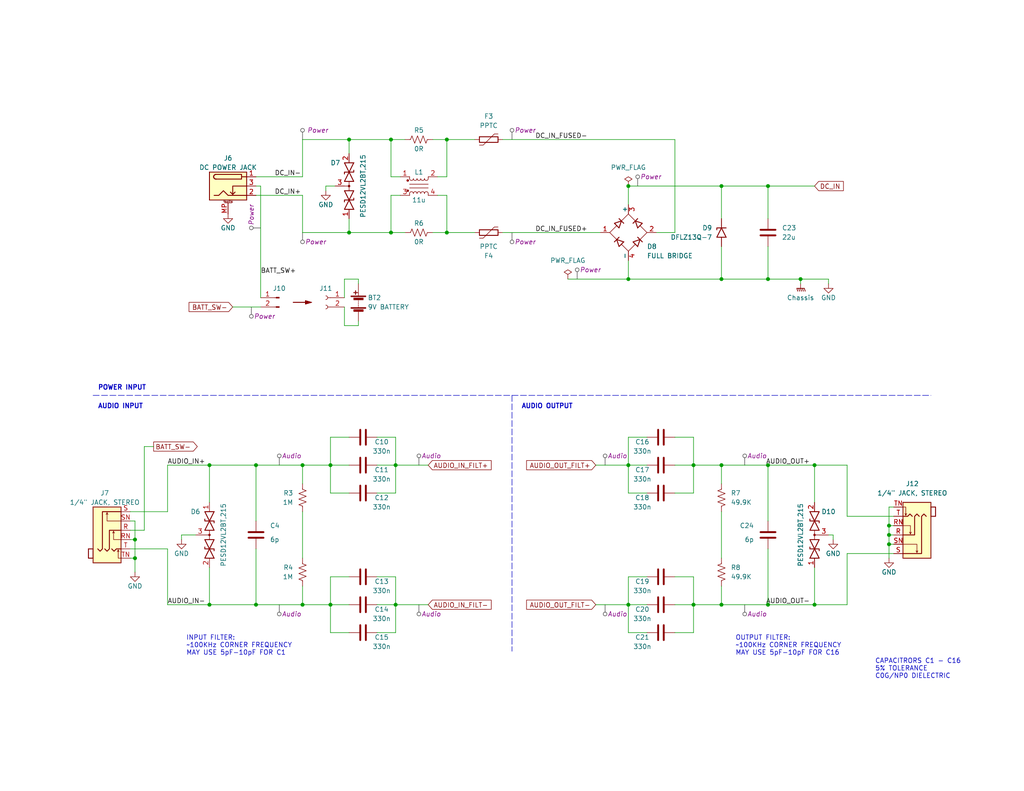
<source format=kicad_sch>
(kicad_sch (version 20230121) (generator eeschema)
  (paper "USLetter")
  (title_block (title "Baseboard") (date "2023-04-28") (rev "A") (company "Alessandro Rizzoni") (comment 1 "SCHEMATIC") (comment 2 "DRAFT") (comment 3 "AIR") (comment 5 "1: ALL COMPONENTS 25V RATING OR GREATER") (comment 6 "2: ALL RESISTORS LOW NOISE THIN FILM, 1% TOLERANCE OR SMALLER, 1/10W RATING OR GREATER") (comment 7 "3: ALL CAPACITORS MLCC, X5R OR X7R DIELECTRIC, 10% TOLERANCE OR SMALLER") (comment 8 "4: DO NOT POPULATE NOTE --TODO--") (comment 9 "5: PCB LAYOUT ACCORDING TO DATASHEET FOR ALL COMPONENTS"))
  (lib_symbols
    (symbol "Connector:Conn_01x02_Female" (pin_names (offset 1.016) hide)
      (property "Reference" "J" (at 0 2.54 0))
      (property "Value" "Conn_01x02_Female" (at 0 -5.08 0))
      (symbol "Conn_01x02_Female_1_1"
        (arc (start 0 -2.032) (mid -0.5058 -2.54) (end 0 -3.048) (stroke (width 0.1524)))
        (polyline (pts (xy -1.27 -2.54) (xy -0.508 -2.54)) (stroke (width 0.1524)))
        (polyline (pts (xy -1.27 0) (xy -0.508 0)) (stroke (width 0.1524)))
        (arc (start 0 0.508) (mid -0.5058 0) (end 0 -0.508) (stroke (width 0.1524)))
        (pin passive line (at -5.08 0 0) (length 3.81) (name "Pin_1") (number "1"))
        (pin passive line (at -5.08 -2.54 0) (length 3.81) (name "Pin_2") (number "2"))
      )
    )
    (symbol "Connector:Conn_01x02_Male" (pin_names (offset 1.016) hide)
      (property "Reference" "J" (at 0 2.54 0))
      (property "Value" "Conn_01x02_Male" (at 0 -5.08 0))
      (symbol "Conn_01x02_Male_1_1"
        (polyline (pts (xy 1.27 -2.54) (xy 0.8636 -2.54)) (stroke (width 0.1524)))
        (polyline (pts (xy 1.27 0) (xy 0.8636 0)) (stroke (width 0.1524)))
        (rectangle (start 0.8636 -2.413) (end 0 -2.667) (stroke (width 0.1524)) (fill (type outline)))
        (rectangle (start 0.8636 0.127) (end 0 -0.127) (stroke (width 0.1524)) (fill (type outline)))
        (pin passive line (at 5.08 0 180) (length 3.81) (name "Pin_1") (number "1"))
        (pin passive line (at 5.08 -2.54 180) (length 3.81) (name "Pin_2") (number "2"))
      )
    )
    (symbol "Device:Battery" (pin_numbers hide) (pin_names (offset 0) hide)
      (property "Reference" "BT" (at 2.54 2.54 0))
      (property "Value" "Battery" (at 2.54 0 0))
      (symbol "Battery_0_1"
        (rectangle (start -2.032 -1.397) (end 2.032 -1.651) (fill (type outline)))
        (rectangle (start -2.032 1.778) (end 2.032 1.524) (fill (type outline)))
        (rectangle (start -1.3208 -1.9812) (end 1.27 -2.4892) (fill (type outline)))
        (rectangle (start -1.3208 1.1938) (end 1.27 0.6858) (fill (type outline)))
        (polyline (pts (xy 0 -1.524) (xy 0 -1.27)))
        (polyline (pts (xy 0 -1.016) (xy 0 -0.762)))
        (polyline (pts (xy 0 -0.508) (xy 0 -0.254)))
        (polyline (pts (xy 0 0) (xy 0 0.254)))
        (polyline (pts (xy 0 0.508) (xy 0 0.762)))
        (polyline (pts (xy 0 1.778) (xy 0 2.54)))
        (polyline (pts (xy 0.254 2.667) (xy 1.27 2.667)) (stroke (width 0.254)))
        (polyline (pts (xy 0.762 3.175) (xy 0.762 2.159)) (stroke (width 0.254)))
      )
      (symbol "Battery_1_1"
        (pin passive line (at 0 5.08 270) (length 2.54) (name "+") (number "1"))
        (pin passive line (at 0 -5.08 90) (length 2.54) (name "-") (number "2"))
      )
    )
    (symbol "Device:C" (pin_numbers hide) (pin_names (offset 0.254))
      (property "Reference" "C" (at 0.635 2.54 0))
      (property "Value" "C" (at 0.635 -2.54 0))
      (symbol "C_0_1"
        (polyline (pts (xy -2.032 -0.762) (xy 2.032 -0.762)) (stroke (width 0.508)))
        (polyline (pts (xy -2.032 0.762) (xy 2.032 0.762)) (stroke (width 0.508)))
      )
      (symbol "C_1_1"
        (pin passive line (at 0 3.81 270) (length 2.794) (name "~") (number "1"))
        (pin passive line (at 0 -3.81 90) (length 2.794) (name "~") (number "2"))
      )
    )
    (symbol "Device:L_Iron_Coupled" (pin_names (offset 0.254) hide)
      (property "Reference" "L" (at 0 4.445 0))
      (property "Value" "L_Iron_Coupled" (at 0 -4.445 0))
      (symbol "L_Iron_Coupled_0_1"
        (circle (center -3.048 -1.27) (radius 0.254) (fill (type outline)))
        (circle (center -3.048 1.524) (radius 0.254) (fill (type outline)))
        (arc (start -2.54 2.032) (mid -2.032 1.5262) (end -1.524 2.032))
        (arc (start -1.524 -2.032) (mid -2.032 -1.5262) (end -2.54 -2.032))
        (arc (start -1.524 2.032) (mid -1.016 1.5262) (end -0.508 2.032))
        (arc (start -0.508 -2.032) (mid -1.016 -1.5262) (end -1.524 -2.032))
        (arc (start -0.508 2.032) (mid 0 1.5262) (end 0.508 2.032))
        (polyline (pts (xy -2.54 -2.032) (xy -2.54 -2.54)))
        (polyline (pts (xy -2.54 0.508) (xy 2.54 0.508)))
        (polyline (pts (xy -2.54 2.032) (xy -2.54 2.54)))
        (polyline (pts (xy 2.54 -2.032) (xy 2.54 -2.54)))
        (polyline (pts (xy 2.54 -0.508) (xy -2.54 -0.508)))
        (polyline (pts (xy 2.54 2.54) (xy 2.54 2.032)))
        (arc (start 0.508 -2.032) (mid 0 -1.5262) (end -0.508 -2.032))
        (arc (start 0.508 2.032) (mid 1.016 1.5262) (end 1.524 2.032))
        (arc (start 1.524 -2.032) (mid 1.016 -1.5262) (end 0.508 -2.032))
        (arc (start 1.524 2.032) (mid 2.032 1.5262) (end 2.54 2.032))
        (arc (start 2.54 -2.032) (mid 2.032 -1.5262) (end 1.524 -2.032))
      )
      (symbol "L_Iron_Coupled_1_1"
        (pin passive line (at -5.08 2.54 0) (length 2.54) (name "1") (number "1"))
        (pin passive line (at 5.08 2.54 180) (length 2.54) (name "2") (number "2"))
        (pin passive line (at -5.08 -2.54 0) (length 2.54) (name "3") (number "3"))
        (pin passive line (at 5.08 -2.54 180) (length 2.54) (name "4") (number "4"))
      )
    )
    (symbol "Device:R_US" (pin_numbers hide) (pin_names (offset 0))
      (property "Reference" "R" (at 2.54 0 90))
      (property "Value" "R_US" (at -2.54 0 90))
      (symbol "R_US_0_1"
        (polyline (pts (xy 0 -2.286) (xy 0 -2.54)))
        (polyline (pts (xy 0 2.286) (xy 0 2.54)))
        (polyline (pts (xy 0 -0.762) (xy 1.016 -1.143) (xy 0 -1.524) (xy -1.016 -1.905) (xy 0 -2.286)))
        (polyline (pts (xy 0 0.762) (xy 1.016 0.381) (xy 0 0) (xy -1.016 -0.381) (xy 0 -0.762)))
        (polyline (pts (xy 0 2.286) (xy 1.016 1.905) (xy 0 1.524) (xy -1.016 1.143) (xy 0 0.762)))
      )
      (symbol "R_US_1_1"
        (pin passive line (at 0 3.81 270) (length 1.27) (name "~") (number "1"))
        (pin passive line (at 0 -3.81 90) (length 1.27) (name "~") (number "2"))
      )
    )
    (symbol "Graphic:SYM_Arrow_Normal" (pin_names (offset 1.016))
      (symbol "SYM_Arrow_Normal_0_1"
        (polyline (pts (xy 1.524 0) (xy -2.54 0)) (stroke (width 0.254)))
        (polyline (pts (xy 2.54 0) (xy 0.762 -0.508) (xy 0.762 0.508) (xy 2.54 0)) (fill (type outline)))
      )
    )
    (symbol "Library:1206L005/60WR" (pin_numbers hide) (pin_names (offset 0))
      (property "Reference" "F1" (at 0 6.35 90))
      (property "Value" "PPTC" (at 0 3.81 90))
      (symbol "1206L005/60WR_0_1"
        (rectangle (start -0.762 2.54) (end 0.762 -2.54) (stroke (width 0.254)))
        (polyline (pts (xy -1.524 2.54) (xy -1.524 1.524) (xy 1.524 -1.524) (xy 1.524 -2.54)))
      )
      (symbol "1206L005/60WR_1_1"
        (pin passive line (at 0 3.81 270) (length 1.27) (name "~") (number "1"))
        (pin passive line (at 0 -3.81 90) (length 1.27) (name "~") (number "2"))
      )
    )
    (symbol "Library:ACJS-IHS"
      (property "Reference" "J2" (at -1.905 11.43 0))
      (property "Value" "1/4\" JACK, STEREO" (at -1.905 8.89 0))
      (symbol "ACJS-IHS_0_1"
        (rectangle (start -6.35 -5.08) (end -5.08 -7.62) (stroke (width 0.254)))
        (polyline (pts (xy -1.27 4.826) (xy -1.016 4.318)))
        (polyline (pts (xy 0.508 -0.254) (xy 0.762 -0.762)))
        (polyline (pts (xy 1.778 -5.334) (xy 2.032 -5.842)))
        (polyline (pts (xy 0 -5.08) (xy 0.635 -5.715) (xy 1.27 -5.08) (xy 2.54 -5.08)) (stroke (width 0.254)))
        (polyline (pts (xy 2.54 -7.62) (xy 1.778 -7.62) (xy 1.778 -5.334) (xy 1.524 -5.842)))
        (polyline (pts (xy 2.54 -2.54) (xy 0.508 -2.54) (xy 0.508 -0.254) (xy 0.254 -0.762)))
        (polyline (pts (xy 2.54 2.54) (xy -1.27 2.54) (xy -1.27 4.826) (xy -1.524 4.318)))
        (polyline (pts (xy -1.905 -5.08) (xy -1.27 -5.715) (xy -0.635 -5.08) (xy -0.635 0) (xy 2.54 0)) (stroke (width 0.254)))
        (polyline (pts (xy 2.54 5.08) (xy -2.54 5.08) (xy -2.54 -5.08) (xy -3.175 -5.715) (xy -3.81 -5.08)) (stroke (width 0.254)))
        (rectangle (start 2.54 6.35) (end -5.08 -8.89) (stroke (width 0.254)) (fill (type background)))
      )
      (symbol "ACJS-IHS_1_1"
        (pin passive line (at 5.08 0 180) (length 2.54) (name "~") (number "R"))
        (pin passive line (at 5.08 -2.54 180) (length 2.54) (name "~") (number "RN"))
        (pin passive line (at 5.08 5.08 180) (length 2.54) (name "~") (number "S"))
        (pin passive line (at 5.08 2.54 180) (length 2.54) (name "~") (number "SN"))
        (pin passive line (at 5.08 -5.08 180) (length 2.54) (name "~") (number "T"))
        (pin passive line (at 5.08 -7.62 180) (length 2.54) (name "~") (number "TN"))
      )
    )
    (symbol "Library:Chassis" (pin_names (offset 0))
      (property "Value" "Chassis" (at 0 -3.302 0))
      (symbol "Chassis_0_1"
        (polyline (pts (xy 0 -1.27) (xy 0 0)))
        (polyline (pts (xy -1.016 -1.27) (xy -1.27 -2.032) (xy -1.27 -2.032)) (stroke (width 0.2032)))
        (polyline (pts (xy -0.508 -1.27) (xy -0.762 -2.032) (xy -0.762 -2.032)) (stroke (width 0.2032)))
        (polyline (pts (xy 0 -1.27) (xy -0.254 -2.032) (xy -0.254 -2.032)) (stroke (width 0.2032)))
        (polyline (pts (xy 0.508 -1.27) (xy 0.254 -2.032) (xy 0.254 -2.032)) (stroke (width 0.2032)))
        (polyline (pts (xy 1.016 -1.27) (xy -1.016 -1.27) (xy -1.016 -1.27)) (stroke (width 0.2032)))
        (polyline (pts (xy 1.016 -1.27) (xy 0.762 -2.032) (xy 0.762 -2.032) (xy 0.762 -2.032)) (stroke (width 0.2032)))
      )
      (symbol "Chassis_1_1"
        (pin power_in line (at 0 0 270) (length 0) hide (name "PWR") (number "1"))
      )
    )
    (symbol "Library:DC_POWER_JACK" (pin_names hide)
      (property "Reference" "J1" (at 0 8.89 0))
      (property "Value" "DC POWER JACK" (at 0 6.35 0))
      (symbol "DC_POWER_JACK_0_1"
        (rectangle (start -5.08 3.81) (end 5.08 -3.81) (stroke (width 0.254)) (fill (type background)))
        (arc (start -3.302 3.175) (mid -3.9343 2.54) (end -3.302 1.905) (stroke (width 0.254)))
        (arc (start -3.302 3.175) (mid -3.9343 2.54) (end -3.302 1.905) (stroke (width 0.254)))
        (polyline (pts (xy 1.27 -2.286) (xy 1.905 -1.651)) (stroke (width 0.254)))
        (polyline (pts (xy 5.08 2.54) (xy 3.81 2.54)) (stroke (width 0.254)))
        (polyline (pts (xy -3.302 3.175) (xy 3.683 3.175) (xy 3.683 1.905) (xy -3.302 1.905)) (stroke (width 0.254)))
        (polyline (pts (xy 5.08 0) (xy 1.27 0) (xy 1.27 -2.286) (xy 0.635 -1.651)) (stroke (width 0.254)))
        (polyline (pts (xy -3.81 -2.54) (xy -2.54 -2.54) (xy -1.27 -1.27) (xy 0 -2.54) (xy 2.54 -2.54) (xy 5.08 -2.54)) (stroke (width 0.254)))
      )
      (symbol "DC_POWER_JACK_1_1"
        (polyline (pts (xy -1.016 -4.572) (xy 1.016 -4.572)) (stroke (width 0.1524)))
        (text "Mounting" (at 0 -4.191 0) (effects (font (size 0.381 0.381))))
        (pin passive line (at 7.62 2.54 180) (length 2.54) (name "~") (number "1"))
        (pin passive line (at 7.62 -2.54 180) (length 2.54) (name "~") (number "2"))
        (pin passive line (at 7.62 0 180) (length 2.54) (name "~") (number "3"))
        (pin passive line (at 0 -7.62 90) (length 3.048) (name "MountPin") (number "MP"))
      )
    )
    (symbol "Library:DFLZ13Q-7" (pin_numbers hide) (pin_names (offset 1.016) hide)
      (property "Reference" "D3" (at -2.54 1.27 90))
      (property "Value" "DFLZ13Q-7" (at -2.54 -1.27 90))
      (property "Footprint" "Diode_SMD:D_PowerDI-123" (at -2.54 -5.08 90))
      (property "Part Number" "DFLZ13Q-7" (at -5.08 -3.81 90))
      (symbol "DFLZ13Q-7_0_1"
        (polyline (pts (xy -1.27 -1.27) (xy -1.27 1.27) (xy -0.762 1.27)) (stroke (width 0.254)))
        (polyline (pts (xy 1.27 -1.27) (xy 1.27 1.27) (xy -1.27 0) (xy 1.27 -1.27)) (stroke (width 0.254)))
      )
      (symbol "DFLZ13Q-7_1_1"
        (pin passive line (at -3.81 0 0) (length 2.54) (name "K") (number "1"))
        (pin passive line (at 3.81 0 180) (length 2.54) (name "A") (number "2"))
      )
    )
    (symbol "Library:Ground" (power) (pin_names (offset 0))
      (property "Value" "Ground" (at 0 -3.81 0))
      (symbol "Ground_0_1"
        (polyline (pts (xy 0 0) (xy 0 -1.27) (xy 1.27 -1.27) (xy 0 -2.54) (xy -1.27 -1.27) (xy 0 -1.27)))
      )
      (symbol "Ground_1_1"
        (pin power_in line (at 0 0 270) (length 0) hide (name "GND") (number "1"))
      )
    )
    (symbol "Library:PESD12VL2BT,215" (pin_names (offset 1.016) hide)
      (property "Reference" "D1" (at 0 6.35 0))
      (property "Value" "PESD12VL2BT,215" (at 0 3.81 0))
      (symbol "PESD12VL2BT,215_0_0"
        (polyline (pts (xy 0 -1.27) (xy 0 0)))
      )
      (symbol "PESD12VL2BT,215_0_1"
        (polyline (pts (xy 1.27 0) (xy -1.27 0)))
        (polyline (pts (xy -3.302 1.27) (xy -3.81 1.27) (xy -3.81 -1.27) (xy -4.318 -1.27)) (stroke (width 0.254)))
        (polyline (pts (xy 4.318 1.27) (xy 3.81 1.27) (xy 3.81 -1.27) (xy 3.302 -1.27)) (stroke (width 0.254)))
        (polyline (pts (xy -6.35 1.27) (xy -1.27 -1.27) (xy -1.27 1.27) (xy -6.35 -1.27) (xy -6.35 1.27)) (stroke (width 0.254)))
        (polyline (pts (xy 6.35 1.27) (xy 1.27 -1.27) (xy 1.27 1.27) (xy 6.35 -1.27) (xy 6.35 1.27)) (stroke (width 0.254)))
        (circle (center 0 0) (radius 0.254) (fill (type outline)))
      )
      (symbol "PESD12VL2BT,215_1_1"
        (pin passive line (at -8.89 0 0) (length 2.54) (name "A1") (number "1"))
        (pin passive line (at 8.89 0 180) (length 2.54) (name "A2") (number "2"))
        (pin input line (at 0 -3.81 90) (length 2.54) (name "common") (number "3"))
      )
    )
    (symbol "Library:RH06T" (pin_names (offset 0))
      (property "Reference" "D2" (at 3.175 -6.35 90))
      (property "Value" "FULL BRIDGE" (at 5.08 -6.35 90))
      (symbol "RH06T_0_1"
        (polyline (pts (xy -2.54 3.81) (xy -1.27 2.54)) (stroke (width 0.254)))
        (polyline (pts (xy -1.27 -2.54) (xy -2.54 -3.81)) (stroke (width 0.254)))
        (polyline (pts (xy 2.54 -1.27) (xy 3.81 -2.54)) (stroke (width 0.254)))
        (polyline (pts (xy 2.54 1.27) (xy 3.81 2.54)) (stroke (width 0.254)))
        (polyline (pts (xy -3.175 1.905) (xy -5.08 0) (xy -3.175 -1.905)))
        (polyline (pts (xy -1.905 -3.175) (xy 0 -5.08) (xy 1.905 -3.175)))
        (polyline (pts (xy 1.905 3.175) (xy 0 5.08) (xy -1.905 3.175)))
        (polyline (pts (xy 3.175 -1.905) (xy 5.08 0) (xy 3.175 1.905)))
        (polyline (pts (xy -3.81 2.54) (xy -2.54 1.27) (xy -1.905 3.175) (xy -3.81 2.54)) (stroke (width 0.254)))
        (polyline (pts (xy -2.54 -1.27) (xy -3.81 -2.54) (xy -1.905 -3.175) (xy -2.54 -1.27)) (stroke (width 0.254)))
        (polyline (pts (xy 1.27 2.54) (xy 2.54 3.81) (xy 3.175 1.905) (xy 1.27 2.54)) (stroke (width 0.254)))
        (polyline (pts (xy 3.175 -1.905) (xy 1.27 -2.54) (xy 2.54 -3.81) (xy 3.175 -1.905)) (stroke (width 0.254)))
      )
      (symbol "RH06T_1_1"
        (pin passive line (at 0 -7.62 90) (length 2.54) (name "~") (number "1"))
        (pin passive line (at 0 7.62 270) (length 2.54) (name "~") (number "2"))
        (pin passive line (at 7.62 0 180) (length 2.54) (name "+") (number "3"))
        (pin passive line (at -7.62 0 0) (length 2.54) (name "-") (number "4"))
      )
    )
    (symbol "PWR_FLAG_1" (power) (pin_numbers hide) (pin_names (offset 0) hide)
      (property "Value" "PWR_FLAG_1" (at 0 3.81 0))
      (symbol "PWR_FLAG_1_0_0"
        (pin power_out line (at 0 0 90) (length 0) (name "pwr") (number "1"))
      )
      (symbol "PWR_FLAG_1_0_1"
        (polyline (pts (xy 0 0) (xy 0 1.27) (xy -1.016 1.905) (xy 0 2.54) (xy 1.016 1.905) (xy 0 1.27)))
      )
    )
    (symbol "power:PWR_FLAG" (power) (pin_numbers hide) (pin_names (offset 0) hide)
      (property "Value" "PWR_FLAG" (at 0 3.81 0))
      (symbol "PWR_FLAG_0_0"
        (pin power_out line (at 0 0 90) (length 0) (name "pwr") (number "1"))
      )
      (symbol "PWR_FLAG_0_1"
        (polyline (pts (xy 0 0) (xy 0 1.27) (xy -1.016 1.905) (xy 0 2.54) (xy 1.016 1.905) (xy 0 1.27)))
      )
    )
  )
  (junction (at 242.57 148.59))
  (junction (at 218.44 76.2))
  (junction (at 82.55 127))
  (junction (at 69.85 127))
  (junction (at 69.85 165.1))
  (junction (at 90.17 127))
  (junction (at 171.45 127))
  (junction (at 95.25 63.5))
  (junction (at 189.23 127))
  (junction (at 209.55 127))
  (junction (at 189.23 165.1))
  (junction (at 107.95 165.1))
  (junction (at 36.83 152.4))
  (junction (at 222.25 127))
  (junction (at 171.45 50.8))
  (junction (at 222.25 165.1))
  (junction (at 95.25 38.1))
  (junction (at 121.92 63.5))
  (junction (at 209.55 50.8))
  (junction (at 242.57 143.51))
  (junction (at 90.17 165.1))
  (junction (at 36.83 147.32))
  (junction (at 171.45 76.2))
  (junction (at 57.15 127))
  (junction (at 121.92 38.1))
  (junction (at 196.85 50.8))
  (junction (at 106.68 63.5))
  (junction (at 171.45 165.1))
  (junction (at 196.85 127))
  (junction (at 242.57 146.05))
  (junction (at 209.55 165.1))
  (junction (at 196.85 76.2))
  (junction (at 82.55 165.1))
  (junction (at 209.55 76.2))
  (junction (at 107.95 127))
  (junction (at 196.85 165.1))
  (junction (at 57.15 165.1))
  (junction (at 106.68 38.1))
  (wire (pts (xy 176.53 127) (xy 171.45 127)))
  (wire (pts (xy 95.25 157.48) (xy 90.17 157.48)))
  (wire (pts (xy 57.15 127) (xy 69.85 127)))
  (wire (pts (xy 121.92 38.1) (xy 129.54 38.1)))
  (wire (pts (xy 106.68 63.5) (xy 110.49 63.5)))
  (wire (pts (xy 189.23 134.62) (xy 184.15 134.62)))
  (wire (pts (xy 49.53 146.05) (xy 53.34 146.05)))
  (wire (pts (xy 189.23 119.38) (xy 189.23 127)))
  (wire (pts (xy 171.45 50.8) (xy 196.85 50.8)))
  (wire (pts (xy 196.85 160.02) (xy 196.85 165.1)))
  (wire (pts (xy 196.85 165.1) (xy 209.55 165.1)))
  (wire (pts (xy 121.92 53.34) (xy 121.92 63.5)))
  (wire (pts (xy 36.83 147.32) (xy 36.83 152.4)))
  (wire (pts (xy 196.85 67.31) (xy 196.85 76.2)))
  (wire (pts (xy 35.56 147.32) (xy 36.83 147.32)))
  (wire (pts (xy 35.56 139.7) (xy 45.72 139.7)))
  (wire (pts (xy 119.38 48.26) (xy 121.92 48.26)))
  (wire (pts (xy 82.55 38.1) (xy 95.25 38.1)))
  (wire (pts (xy 97.79 88.9) (xy 97.79 87.63)))
  (wire (pts (xy 242.57 148.59) (xy 243.84 148.59)))
  (wire (pts (xy 57.15 154.94) (xy 57.15 165.1)))
  (wire (pts (xy 106.68 38.1) (xy 106.68 48.26)))
  (wire (pts (xy 93.98 76.2) (xy 93.98 81.28)))
  (wire (pts (xy 90.17 157.48) (xy 90.17 165.1)))
  (wire (pts (xy 107.95 127) (xy 107.95 134.62)))
  (wire (pts (xy 95.25 63.5) (xy 106.68 63.5)))
  (wire (pts (xy 196.85 50.8) (xy 209.55 50.8)))
  (wire (pts (xy 243.84 138.43) (xy 242.57 138.43)))
  (wire (pts (xy 63.5 83.82) (xy 71.12 83.82)))
  (wire (pts (xy 90.17 127) (xy 95.25 127)))
  (wire (pts (xy 196.85 127) (xy 189.23 127)))
  (wire (pts (xy 226.06 146.05) (xy 227.33 146.05)))
  (wire (pts (xy 179.07 63.5) (xy 184.15 63.5)))
  (wire (pts (xy 57.15 127) (xy 57.15 137.16)))
  (wire (pts (xy 109.22 48.26) (xy 106.68 48.26)))
  (wire (pts (xy 90.17 127) (xy 90.17 134.62)))
  (wire (pts (xy 82.55 63.5) (xy 82.55 53.34)))
  (wire (pts (xy 36.83 142.24) (xy 36.83 147.32)))
  (wire (pts (xy 102.87 127) (xy 107.95 127)))
  (wire (pts (xy 189.23 165.1) (xy 196.85 165.1)))
  (wire (pts (xy 137.16 38.1) (xy 184.15 38.1)))
  (wire (pts (xy 97.79 76.2) (xy 93.98 76.2)))
  (wire (pts (xy 196.85 127) (xy 196.85 132.08)))
  (wire (pts (xy 154.94 76.2) (xy 171.45 76.2)))
  (wire (pts (xy 69.85 48.26) (xy 82.55 48.26)))
  (wire (pts (xy 184.15 38.1) (xy 184.15 63.5)))
  (wire (pts (xy 189.23 127) (xy 189.23 134.62)))
  (wire (pts (xy 171.45 71.12) (xy 171.45 76.2)))
  (wire (pts (xy 171.45 76.2) (xy 196.85 76.2)))
  (wire (pts (xy 231.14 151.13) (xy 231.14 165.1)))
  (wire (pts (xy 95.25 119.38) (xy 90.17 119.38)))
  (wire (pts (xy 82.55 127) (xy 82.55 132.08)))
  (wire (pts (xy 196.85 59.69) (xy 196.85 50.8)))
  (wire (pts (xy 102.87 119.38) (xy 107.95 119.38)))
  (wire (pts (xy 242.57 148.59) (xy 242.57 152.4)))
  (wire (pts (xy 231.14 165.1) (xy 222.25 165.1)))
  (wire (pts (xy 171.45 127) (xy 171.45 134.62)))
  (wire (pts (xy 69.85 50.8) (xy 71.12 50.8)))
  (wire (pts (xy 189.23 165.1) (xy 184.15 165.1)))
  (wire (pts (xy 69.85 149.86) (xy 69.85 165.1)))
  (wire (pts (xy 231.14 127) (xy 231.14 140.97)))
  (wire (pts (xy 209.55 50.8) (xy 209.55 59.69)))
  (wire (pts (xy 35.56 152.4) (xy 36.83 152.4)))
  (wire (pts (xy 184.15 157.48) (xy 189.23 157.48)))
  (wire (pts (xy 121.92 38.1) (xy 121.92 48.26)))
  (wire (pts (xy 107.95 165.1) (xy 107.95 157.48)))
  (wire (pts (xy 106.68 53.34) (xy 106.68 63.5)))
  (wire (pts (xy 107.95 134.62) (xy 102.87 134.62)))
  (wire (pts (xy 82.55 127) (xy 90.17 127)))
  (wire (pts (xy 90.17 165.1) (xy 95.25 165.1)))
  (wire (pts (xy 171.45 165.1) (xy 171.45 157.48)))
  (wire (pts (xy 222.25 127) (xy 209.55 127)))
  (wire (pts (xy 102.87 157.48) (xy 107.95 157.48)))
  (polyline (pts (xy 139.7 107.95) (xy 139.7 177.8)) (stroke (width 0) (type dash)))
  (wire (pts (xy 45.72 127) (xy 45.72 139.7)))
  (wire (pts (xy 35.56 144.78) (xy 39.37 144.78)))
  (wire (pts (xy 109.22 53.34) (xy 106.68 53.34)))
  (wire (pts (xy 222.25 127) (xy 222.25 137.16)))
  (wire (pts (xy 171.45 134.62) (xy 176.53 134.62)))
  (wire (pts (xy 69.85 165.1) (xy 82.55 165.1)))
  (wire (pts (xy 90.17 172.72) (xy 95.25 172.72)))
  (wire (pts (xy 97.79 76.2) (xy 97.79 77.47)))
  (wire (pts (xy 39.37 121.92) (xy 39.37 144.78)))
  (wire (pts (xy 90.17 119.38) (xy 90.17 127)))
  (wire (pts (xy 218.44 76.2) (xy 218.44 77.47)))
  (wire (pts (xy 88.9 50.8) (xy 88.9 52.07)))
  (wire (pts (xy 226.06 76.2) (xy 226.06 77.47)))
  (wire (pts (xy 231.14 127) (xy 222.25 127)))
  (wire (pts (xy 69.85 53.34) (xy 82.55 53.34)))
  (wire (pts (xy 209.55 50.8) (xy 222.25 50.8)))
  (wire (pts (xy 171.45 50.8) (xy 171.45 55.88)))
  (wire (pts (xy 176.53 165.1) (xy 171.45 165.1)))
  (wire (pts (xy 93.98 88.9) (xy 97.79 88.9)))
  (wire (pts (xy 242.57 146.05) (xy 243.84 146.05)))
  (wire (pts (xy 171.45 172.72) (xy 176.53 172.72)))
  (wire (pts (xy 171.45 165.1) (xy 171.45 172.72)))
  (wire (pts (xy 209.55 149.86) (xy 209.55 165.1)))
  (wire (pts (xy 102.87 165.1) (xy 107.95 165.1)))
  (wire (pts (xy 242.57 138.43) (xy 242.57 143.51)))
  (wire (pts (xy 45.72 149.86) (xy 45.72 165.1)))
  (wire (pts (xy 90.17 134.62) (xy 95.25 134.62)))
  (wire (pts (xy 49.53 146.05) (xy 49.53 147.32)))
  (wire (pts (xy 69.85 127) (xy 82.55 127)))
  (wire (pts (xy 71.12 50.8) (xy 71.12 81.28)))
  (wire (pts (xy 107.95 119.38) (xy 107.95 127)))
  (wire (pts (xy 189.23 157.48) (xy 189.23 165.1)))
  (wire (pts (xy 171.45 127) (xy 162.56 127)))
  (wire (pts (xy 196.85 139.7) (xy 196.85 152.4)))
  (wire (pts (xy 171.45 165.1) (xy 162.56 165.1)))
  (polyline (pts (xy 25.4 107.95) (xy 254 107.95)) (stroke (width 0) (type dash)))
  (wire (pts (xy 189.23 172.72) (xy 184.15 172.72)))
  (wire (pts (xy 82.55 38.1) (xy 82.55 48.26)))
  (wire (pts (xy 57.15 165.1) (xy 69.85 165.1)))
  (wire (pts (xy 137.16 63.5) (xy 163.83 63.5)))
  (wire (pts (xy 95.25 59.69) (xy 95.25 63.5)))
  (wire (pts (xy 118.11 63.5) (xy 121.92 63.5)))
  (wire (pts (xy 82.55 139.7) (xy 82.55 152.4)))
  (wire (pts (xy 106.68 38.1) (xy 110.49 38.1)))
  (wire (pts (xy 93.98 83.82) (xy 93.98 88.9)))
  (wire (pts (xy 121.92 63.5) (xy 129.54 63.5)))
  (wire (pts (xy 176.53 119.38) (xy 171.45 119.38)))
  (wire (pts (xy 227.33 146.05) (xy 227.33 147.32)))
  (wire (pts (xy 218.44 76.2) (xy 226.06 76.2)))
  (wire (pts (xy 91.44 50.8) (xy 88.9 50.8)))
  (wire (pts (xy 209.55 67.31) (xy 209.55 76.2)))
  (wire (pts (xy 107.95 165.1) (xy 107.95 172.72)))
  (wire (pts (xy 82.55 63.5) (xy 95.25 63.5)))
  (wire (pts (xy 196.85 127) (xy 209.55 127)))
  (wire (pts (xy 209.55 127) (xy 209.55 142.24)))
  (wire (pts (xy 107.95 127) (xy 116.84 127)))
  (wire (pts (xy 231.14 140.97) (xy 243.84 140.97)))
  (wire (pts (xy 35.56 149.86) (xy 45.72 149.86)))
  (wire (pts (xy 69.85 127) (xy 69.85 142.24)))
  (wire (pts (xy 189.23 127) (xy 184.15 127)))
  (wire (pts (xy 222.25 165.1) (xy 209.55 165.1)))
  (wire (pts (xy 176.53 157.48) (xy 171.45 157.48)))
  (wire (pts (xy 39.37 121.92) (xy 41.91 121.92)))
  (wire (pts (xy 243.84 143.51) (xy 242.57 143.51)))
  (wire (pts (xy 184.15 119.38) (xy 189.23 119.38)))
  (wire (pts (xy 82.55 160.02) (xy 82.55 165.1)))
  (wire (pts (xy 45.72 127) (xy 57.15 127)))
  (wire (pts (xy 189.23 165.1) (xy 189.23 172.72)))
  (wire (pts (xy 45.72 165.1) (xy 57.15 165.1)))
  (wire (pts (xy 107.95 172.72) (xy 102.87 172.72)))
  (wire (pts (xy 90.17 165.1) (xy 90.17 172.72)))
  (wire (pts (xy 95.25 38.1) (xy 106.68 38.1)))
  (wire (pts (xy 209.55 76.2) (xy 218.44 76.2)))
  (wire (pts (xy 36.83 152.4) (xy 36.83 156.21)))
  (wire (pts (xy 82.55 165.1) (xy 90.17 165.1)))
  (wire (pts (xy 231.14 151.13) (xy 243.84 151.13)))
  (wire (pts (xy 242.57 146.05) (xy 242.57 148.59)))
  (wire (pts (xy 119.38 53.34) (xy 121.92 53.34)))
  (wire (pts (xy 242.57 143.51) (xy 242.57 146.05)))
  (wire (pts (xy 107.95 165.1) (xy 116.84 165.1)))
  (wire (pts (xy 171.45 119.38) (xy 171.45 127)))
  (wire (pts (xy 222.25 154.94) (xy 222.25 165.1)))
  (wire (pts (xy 35.56 142.24) (xy 36.83 142.24)))
  (wire (pts (xy 95.25 38.1) (xy 95.25 41.91)))
  (wire (pts (xy 118.11 38.1) (xy 121.92 38.1)))
  (wire (pts (xy 196.85 76.2) (xy 209.55 76.2)))
  (text "POWER INPUT" (at 26.67 106.68 0) (effects (font (size 1.27 1.27) (thickness 0.254) bold) (justify left bottom)))
  (text "INPUT FILTER:\n~100KHz CORNER FREQUENCY\nMAY USE 5pF-10pF FOR C1" (at 50.8 179.07 0) (effects (font (size 1.27 1.27)) (justify left bottom)))
  (text "AUDIO OUTPUT" (at 142.24 111.76 0) (effects (font (size 1.27 1.27) (thickness 0.254) bold) (justify left bottom)))
  (text "CAPACITRORS C1 - C16\n5% TOLERANCE\nC0G/NP0 DIELECTRIC" (at 238.76 185.42 0) (effects (font (size 1.27 1.27)) (justify left bottom)))
  (text "AUDIO INPUT" (at 26.67 111.76 0) (effects (font (size 1.27 1.27) (thickness 0.254) bold) (justify left bottom)))
  (text "OUTPUT FILTER:\n~100KHz CORNER FREQUENCY\nMAY USE 5pF-10pF FOR C16" (at 200.66 179.07 0) (effects (font (size 1.27 1.27)) (justify left bottom)))
  (label "BATT_SW+" (at 71.12 74.93 0))
  (label "DC_IN-" (at 74.93 48.26 0))
  (label "DC_IN_FUSED-" (at 146.05 38.1 0))
  (label "AUDIO_OUT+" (at 220.98 127 180))
  (label "AUDIO_OUT-" (at 220.98 165.1 180))
  (label "DC_IN_FUSED+" (at 146.05 63.5 0))
  (label "DC_IN+" (at 74.93 53.34 0))
  (label "AUDIO_IN+" (at 45.72 127 0))
  (label "AUDIO_IN-" (at 45.72 165.1 0))
  (global_label "DC_IN" (shape input) (at 222.25 50.8 0) (property "Intersheetrefs" "${INTERSHEET_REFS}" (effects hide)))
  (global_label "AUDIO_OUT_FILT-" (shape input) (at 162.56 165.1 180) (property "Intersheetrefs" "${INTERSHEET_REFS}" (effects hide)))
  (global_label "BATT_SW-" (shape output) (at 41.91 121.92 0) (property "Intersheetrefs" "${INTERSHEET_REFS}" (effects hide)))
  (global_label "AUDIO_IN_FILT+" (shape input) (at 116.84 127 0) (property "Intersheetrefs" "${INTERSHEET_REFS}" (effects hide)))
  (global_label "AUDIO_OUT_FILT+" (shape input) (at 162.56 127 180) (property "Intersheetrefs" "${INTERSHEET_REFS}" (effects hide)))
  (global_label "AUDIO_IN_FILT-" (shape input) (at 116.84 165.1 0) (property "Intersheetrefs" "${INTERSHEET_REFS}" (effects hide)))
  (global_label "BATT_SW-" (shape input) (at 63.5 83.82 180) (property "Intersheetrefs" "${INTERSHEET_REFS}" (effects hide)))
  (netclass_flag "" (length 2.54) (shape round) (at 203.2 127 0) (property "Audio" "Audio" (at 203.8985 124.46 0) (effects (font italic) (justify left))))
  (netclass_flag "" (length 2.54) (shape round) (at 114.3 165.1 180) (property "Audio" "Audio" (at 114.9985 167.64 0) (effects (font italic) (justify left))))
  (netclass_flag "" (length 2.54) (shape round) (at 71.12 62.23 90) (property "Power" "Power" (at 68.58 61.5315 90) (effects (font italic) (justify left))))
  (netclass_flag "" (length 2.54) (shape round) (at 82.55 63.5 180) (property "Power" "Power" (at 83.2485 66.04 0) (effects (font italic) (justify left))))
  (netclass_flag "" (length 2.54) (shape round) (at 76.2 165.1 180) (property "Audio" "Audio" (at 76.8985 167.64 0) (effects (font italic) (justify left))))
  (netclass_flag "" (length 2.54) (shape round) (at 203.2 165.1 180) (property "Audio" "Audio" (at 203.8985 167.64 0) (effects (font italic) (justify left))))
  (netclass_flag "" (length 2.54) (shape round) (at 139.7 63.5 180) (property "Power" "Power" (at 140.3985 66.04 0) (effects (font italic) (justify left))))
  (netclass_flag "" (length 2.54) (shape round) (at 82.55 38.1 0) (property "Power" "Power" (at 83.82 35.56 0) (effects (font italic) (justify left))))
  (netclass_flag "" (length 2.54) (shape round) (at 165.1 165.1 180) (property "Audio" "Audio" (at 165.7985 167.64 0) (effects (font italic) (justify left))))
  (netclass_flag "" (length 2.54) (shape round) (at 114.3 127 0) (property "Audio" "Audio" (at 114.9985 124.46 0) (effects (font italic) (justify left))))
  (netclass_flag "" (length 2.54) (shape round) (at 68.58 83.82 180) (property "Power" "Power" (at 69.2785 86.36 0) (effects (font italic) (justify left))))
  (netclass_flag "" (length 2.54) (shape round) (at 165.1 127 0) (property "Audio" "Audio" (at 165.7985 124.46 0) (effects (font italic) (justify left))))
  (netclass_flag "" (length 2.54) (shape round) (at 139.7 38.1 0) (property "Power" "Power" (at 140.3985 35.56 0) (effects (font italic) (justify left))))
  (netclass_flag "" (length 2.54) (shape round) (at 173.99 50.8 0) (property "Power" "Power" (at 174.6885 48.26 0) (effects (font italic) (justify left))))
  (netclass_flag "" (length 2.54) (shape round) (at 157.48 76.2 0) (property "Power" "Power" (at 158.1785 73.66 0) (effects (font italic) (justify left))))
  (netclass_flag "" (length 2.54) (shape round) (at 76.2 127 0) (property "Audio" "Audio" (at 76.8985 124.46 0) (effects (font italic) (justify left))))
  (symbol (lib_id "Device:C") (at 180.34 157.48 270) (mirror x) (unit 1)
    (property "Reference" "C19" (at 175.26 158.75 90))
    (property "Value" "330n" (at 175.26 161.29 90))
    (property "Footprint" "Capacitor_SMD:C_1206_3216Metric" (effects hide))
    (property "Datasheet" "https://www.murata.com/en-us/products/capacitor/ceramiccapacitor/overview/lineup/smd/grm#anchor-2" (effects hide))
    (property "Manufacturer" "Murata" (effects hide))
    (property "Part Number" "GRM31C5C1E334JE01L" (effects hide))
  )
  (symbol (lib_id "Device:C") (at 99.06 165.1 90) (unit 1)
    (property "Reference" "C14" (at 104.14 166.37 90))
    (property "Value" "330n" (at 104.14 168.91 90))
    (property "Footprint" "Capacitor_SMD:C_1206_3216Metric" (effects hide))
    (property "Datasheet" "https://www.murata.com/en-us/products/capacitor/ceramiccapacitor/overview/lineup/smd/grm#anchor-2" (effects hide))
    (property "Manufacturer" "Murata" (effects hide))
    (property "Part Number" "GRM31C5C1E334JE01L" (effects hide))
  )
  (symbol (lib_id "Device:C") (at 180.34 134.62 270) (mirror x) (unit 1)
    (property "Reference" "C18" (at 175.26 135.89 90))
    (property "Value" "330n" (at 175.26 138.43 90))
    (property "Footprint" "Capacitor_SMD:C_1206_3216Metric" (effects hide))
    (property "Datasheet" "https://www.murata.com/en-us/products/capacitor/ceramiccapacitor/overview/lineup/smd/grm#anchor-2" (effects hide))
    (property "Manufacturer" "Murata" (effects hide))
    (property "Part Number" "GRM31C5C1E334JE01L" (effects hide))
  )
  (symbol (lib_id "Library:Ground") (at 36.83 156.21 0) (mirror y) (unit 1)
    (property "Reference" "#PWR011" (effects hide))
    (property "Value" "Ground" (at 36.83 160.02 0))
  )
  (symbol (lib_id "Device:C") (at 209.55 146.05 0) (mirror y) (unit 1)
    (property "Reference" "C24" (at 205.74 143.51 0) (effects (justify left)))
    (property "Value" "6p" (at 205.74 147.32 0) (effects (justify left)))
    (property "Footprint" "Capacitor_SMD:C_0603_1608Metric" (effects hide))
    (property "Datasheet" "https://product.tdk.com/system/files/dam/doc/product/capacitor/ceramic/mlcc/catalog/mlcc_automotive_general_en.pdf" (effects hide))
    (property "Manufacturer" "TDK" (effects hide))
    (property "Part Number" "CGA3E2C0G1H060D080AA" (effects hide))
  )
  (symbol (lib_id "Device:C") (at 99.06 127 90) (unit 1)
    (property "Reference" "C11" (at 104.14 128.27 90))
    (property "Value" "330n" (at 104.14 130.81 90))
    (property "Footprint" "Capacitor_SMD:C_1206_3216Metric" (effects hide))
    (property "Datasheet" "https://www.murata.com/en-us/products/capacitor/ceramiccapacitor/overview/lineup/smd/grm#anchor-2" (effects hide))
    (property "Manufacturer" "Murata" (effects hide))
    (property "Part Number" "GRM31C5C1E334JE01L" (effects hide))
  )
  (symbol (lib_id "Library:Ground") (at 62.23 58.42 0) (unit 1)
    (property "Reference" "#PWR010" (effects hide))
    (property "Value" "Ground" (at 62.23 62.23 0))
  )
  (symbol (lib_id "Device:C") (at 99.06 119.38 90) (unit 1)
    (property "Reference" "C10" (at 104.14 120.65 90))
    (property "Value" "330n" (at 104.14 123.19 90))
    (property "Footprint" "Capacitor_SMD:C_1206_3216Metric" (effects hide))
    (property "Datasheet" "https://www.murata.com/en-us/products/capacitor/ceramiccapacitor/overview/lineup/smd/grm#anchor-2" (effects hide))
    (property "Manufacturer" "Murata" (effects hide))
    (property "Part Number" "GRM31C5C1E334JE01L" (effects hide))
  )
  (symbol (lib_id "Device:R_US") (at 114.3 63.5 270) (unit 1)
    (property "Reference" "R6" (at 114.3 60.96 90))
    (property "Value" "0R" (at 114.3 66.04 90))
    (property "Footprint" "Resistor_SMD:R_0805_2012Metric" (effects hide))
  )
  (symbol (lib_id "Device:L_Iron_Coupled") (at 114.3 50.8 0) (unit 1)
    (property "Reference" "L1" (at 114.3 46.99 0))
    (property "Value" "11u" (at 114.3 54.61 0))
    (property "Footprint" "Library:BOURNS_DR331-113BE" (effects hide))
  )
  (symbol (lib_id "Device:Battery") (at 97.79 82.55 0) (mirror y) (unit 1) (in_bom no) (on_board no)
    (property "Reference" "BT2" (at 100.33 81.28 0) (effects (justify right)))
    (property "Value" "9V BATTERY" (at 100.33 83.82 0) (effects (justify right)))
    (property "Footprint" "N/A" (effects hide))
    (property "Manufacturer" "N/A" (effects hide))
    (property "Part Number" "N/A" (effects hide))
  )
  (symbol (lib_id "power:PWR_FLAG") (at 171.45 50.8 0) (unit 1)
    (property "Reference" "#FLG04" (effects hide))
    (property "Value" "PWR_FLAG" (at 171.45 45.72 0))
  )
  (symbol (lib_id "Library:Chassis") (at 218.44 77.47 0) (mirror y) (unit 1)
    (property "Reference" "G1" (effects hide))
    (property "Value" "Chassis" (at 218.44 81.28 0))
    (property "Footprint" "Library:Harwin_EMI_Finger_S7061-46R" (effects hide))
    (property "Datasheet" "https://cdn.harwin.com/pdfs/Harwin_Product_Catalog_page_281.pdf" (effects hide))
    (property "Manufacturer" "Harwin" (effects hide))
    (property "Part Number" "S7061-46R" (effects hide))
    (instances (project "1590N1 IO Board" (path "" (reference "G1") (unit 1)) (path "" (reference "G1") (unit 1)) (path "" (reference "G?") (unit 1)) (path "" (reference "CHS1") (unit 1))))
  )
  (symbol (lib_id "Library:Ground") (at 226.06 77.47 0) (mirror y) (unit 1)
    (property "Reference" "#PWR020" (effects hide))
    (property "Value" "Ground" (at 226.06 81.28 0))
  )
  (symbol (lib_id "Device:R_US") (at 114.3 38.1 270) (unit 1)
    (property "Reference" "R5" (at 114.3 35.56 90))
    (property "Value" "0R" (at 114.3 40.64 90))
    (property "Footprint" "Resistor_SMD:R_0805_2012Metric" (effects hide))
  )
  (symbol (lib_id "Library:PESD12VL2BT,215") (at 95.25 50.8 270) (mirror x) (unit 1)
    (property "Reference" "D7" (at 90.17 44.45 90) (effects (justify left)))
    (property "Value" "PESD12VL2BT,215" (at 99.06 50.8 0))
    (property "Footprint" "Package_TO_SOT_SMD:SOT-23" (effects hide))
    (property "Datasheet" "https://assets.nexperia.com/documents/data-sheet/PESDXL2BT_SER.pdf" (effects hide))
    (property "Manufacturer" "Nexperia" (effects hide))
    (property "Part Number" "PESD12VL2BT215" (effects hide))
  )
  (symbol (lib_id "Device:R_US") (at 196.85 156.21 0) (mirror y) (unit 1)
    (property "Reference" "R8" (at 199.39 154.94 0) (effects (justify right)))
    (property "Value" "49.9K" (at 199.39 157.48 0) (effects (justify right)))
    (property "Footprint" "Resistor_SMD:R_0603_1608Metric" (effects hide))
    (property "Datasheet" "https://www.koaspeer.com/products/resistors/thin-film/rn73h/" (effects hide))
    (property "Manufacturer" "Koa Speer" (effects hide))
    (property "Part Number" "RN73H1JTTD1004F100" (effects hide))
  )
  (symbol (lib_id "Device:C") (at 69.85 146.05 0) (unit 1)
    (property "Reference" "C4" (at 73.66 143.51 0) (effects (justify left)))
    (property "Value" "6p" (at 73.66 147.32 0) (effects (justify left)))
    (property "Footprint" "Capacitor_SMD:C_0603_1608Metric" (effects hide))
    (property "Datasheet" "https://product.tdk.com/system/files/dam/doc/product/capacitor/ceramic/mlcc/catalog/mlcc_automotive_general_en.pdf" (effects hide))
    (property "Manufacturer" "TDK" (effects hide))
    (property "Part Number" "CGA3E2C0G1H060D080AA" (effects hide))
  )
  (symbol (lib_id "Connector:Conn_01x02_Male") (at 76.2 81.28 0) (mirror y) (unit 1)
    (property "Reference" "J10" (at 76.2 78.74 0))
    (property "Value" "6-440054-2" (effects hide))
    (property "Footprint" "Library:TE_HPI_2.0MM_PITCH_MALE_HEADER_2POS" (effects hide))
    (property "Datasheet" "https://www.te.com/commerce/DocumentDelivery/DDEController?Action=srchrtrv&DocNm=1-1773713-2_HPI_QRG_EN&DocType=Data+Sheet&DocLang=English&DocFormat=pdf&PartCntxt=6-440129-2" (effects hide))
    (property "Manufacturer" "TE Connectivity AMP Connectors" (effects hide))
    (property "Part Number" "6-440054-2" (effects hide))
  )
  (symbol (lib_id "Device:R_US") (at 196.85 135.89 0) (mirror y) (unit 1)
    (property "Reference" "R7" (at 199.39 134.62 0) (effects (justify right)))
    (property "Value" "49.9K" (at 199.39 137.16 0) (effects (justify right)))
    (property "Footprint" "Resistor_SMD:R_0603_1608Metric" (effects hide))
    (property "Datasheet" "https://www.koaspeer.com/products/resistors/thin-film/rn73h/" (effects hide))
    (property "Manufacturer" "Koa Speer" (effects hide))
    (property "Part Number" "RN73H1JTTD1004F100" (effects hide))
  )
  (symbol (lib_id "Device:R_US") (at 82.55 156.21 0) (unit 1)
    (property "Reference" "R4" (at 80.01 154.94 0) (effects (justify right)))
    (property "Value" "1M" (at 80.01 157.48 0) (effects (justify right)))
    (property "Footprint" "Resistor_SMD:R_0603_1608Metric" (effects hide))
    (property "Datasheet" "https://www.koaspeer.com/products/resistors/thin-film/rn73h/" (effects hide))
    (property "Manufacturer" "Koa Speer" (effects hide))
    (property "Part Number" "RN73H1JTTD1004F100" (effects hide))
  )
  (symbol (lib_id "Device:C") (at 99.06 134.62 90) (unit 1)
    (property "Reference" "C12" (at 104.14 135.89 90))
    (property "Value" "330n" (at 104.14 138.43 90))
    (property "Footprint" "Capacitor_SMD:C_1206_3216Metric" (effects hide))
    (property "Datasheet" "https://www.murata.com/en-us/products/capacitor/ceramiccapacitor/overview/lineup/smd/grm#anchor-2" (effects hide))
    (property "Manufacturer" "Murata" (effects hide))
    (property "Part Number" "GRM31C5C1E334JE01L" (effects hide))
  )
  (symbol (lib_id "Library:DC_POWER_JACK") (at 62.23 50.8 0) (unit 1)
    (property "Reference" "J6" (at 62.23 43.18 0))
    (property "Value" "DC POWER JACK" (at 62.23 45.72 0))
    (property "Footprint" "Library:CUI_PJ-047" (effects hide))
    (property "Datasheet" "https://www.cuidevices.com/product/resource/pj-047a.pdf" (effects hide))
    (property "Manufacturer" "CUI" (effects hide))
    (property "Part Number" "PJ-047A" (effects hide))
  )
  (symbol (lib_id "Device:C") (at 180.34 165.1 270) (mirror x) (unit 1)
    (property "Reference" "C20" (at 175.26 166.37 90))
    (property "Value" "330n" (at 175.26 168.91 90))
    (property "Footprint" "Capacitor_SMD:C_1206_3216Metric" (effects hide))
    (property "Datasheet" "https://www.murata.com/en-us/products/capacitor/ceramiccapacitor/overview/lineup/smd/grm#anchor-2" (effects hide))
    (property "Manufacturer" "Murata" (effects hide))
    (property "Part Number" "GRM31C5C1E334JE01L" (effects hide))
  )
  (symbol (lib_id "Connector:Conn_01x02_Female") (at 88.9 81.28 0) (mirror y) (unit 1) (on_board no)
    (property "Reference" "J11" (at 88.9 78.74 0))
    (property "Value" "6-440129-2" (effects hide))
    (property "Footprint" "N/A" (effects hide))
    (property "Datasheet" "https://www.te.com/commerce/DocumentDelivery/DDEController?Action=srchrtrv&DocNm=1-1773713-2_HPI_QRG_EN&DocType=Data+Sheet&DocLang=English&DocFormat=pdf&PartCntxt=6-440129-2" (effects hide))
    (property "Manufacturer" "TE Connectivity AMP Connectors" (effects hide))
    (property "Part Number" "6-440129-2" (effects hide))
  )
  (symbol (lib_id "Device:C") (at 99.06 157.48 90) (unit 1)
    (property "Reference" "C13" (at 104.14 158.75 90))
    (property "Value" "330n" (at 104.14 161.29 90))
    (property "Footprint" "Capacitor_SMD:C_1206_3216Metric" (effects hide))
    (property "Datasheet" "https://www.murata.com/en-us/products/capacitor/ceramiccapacitor/overview/lineup/smd/grm#anchor-2" (effects hide))
    (property "Manufacturer" "Murata" (effects hide))
    (property "Part Number" "GRM31C5C1E334JE01L" (effects hide))
  )
  (symbol (lib_id "Library:ACJS-IHS") (at 30.48 144.78 0) (unit 1)
    (property "Reference" "J7" (at 28.575 134.62 0))
    (property "Value" "1/4\" JACK, STEREO" (at 28.575 137.16 0))
    (property "Footprint" "Library:Amphenol_ACJS-IHS" (effects hide))
    (property "Datasheet" "https://www.amphenol-sine.com/pdf/datasheet/ACJS-IHS.pdf" (effects hide))
    (property "Manufacturer" "Amphenol Audio" (effects hide))
    (property "Part Number" "ACJS-IHS" (effects hide))
  )
  (symbol (lib_id "Library:ACJS-IHS") (at 248.92 146.05 180) (unit 1)
    (property "Reference" "J12" (at 248.92 132.08 0))
    (property "Value" "1/4\" JACK, STEREO" (at 248.92 134.62 0))
    (property "Footprint" "Library:Amphenol_ACJS-IHS" (effects hide))
    (property "Datasheet" "https://www.amphenol-sine.com/pdf/datasheet/ACJS-IHS.pdf" (effects hide))
    (property "Manufacturer" "Amphenol Audio" (effects hide))
    (property "Part Number" "ACJS-IHS" (effects hide))
  )
  (symbol (lib_id "Device:C") (at 180.34 119.38 270) (mirror x) (unit 1)
    (property "Reference" "C16" (at 175.26 120.65 90))
    (property "Value" "330n" (at 175.26 123.19 90))
    (property "Footprint" "Capacitor_SMD:C_1206_3216Metric" (effects hide))
    (property "Datasheet" "https://www.murata.com/en-us/products/capacitor/ceramiccapacitor/overview/lineup/smd/grm#anchor-2" (effects hide))
    (property "Manufacturer" "Murata" (effects hide))
    (property "Part Number" "GRM31C5C1E334JE01L" (effects hide))
  )
  (symbol (lib_id "Library:1206L005/60WR") (at 133.35 63.5 270) (unit 1)
    (property "Reference" "F4" (at 133.35 69.85 90))
    (property "Value" "PPTC" (at 133.35 67.31 90))
    (property "Footprint" "Fuse:Fuse_1206_3216Metric" (effects hide))
    (property "Datasheet" "https://www.littelfuse.com/~/media/electronics/datasheets/resettable_ptcs/littelfuse_ptc_1206l_datasheet.pdf.pdf" (effects hide))
    (property "Part Number" "1206L005/60WR" (effects hide))
    (property "Manufacturer" "Littelfuse" (effects hide))
  )
  (symbol (lib_id "Device:C") (at 99.06 172.72 90) (unit 1)
    (property "Reference" "C15" (at 104.14 173.99 90))
    (property "Value" "330n" (at 104.14 176.53 90))
    (property "Footprint" "Capacitor_SMD:C_1206_3216Metric" (effects hide))
    (property "Datasheet" "https://www.murata.com/en-us/products/capacitor/ceramiccapacitor/overview/lineup/smd/grm#anchor-2" (effects hide))
    (property "Manufacturer" "Murata" (effects hide))
    (property "Part Number" "GRM31C5C1E334JE01L" (effects hide))
  )
  (symbol (lib_id "Library:Ground") (at 49.53 147.32 0) (mirror y) (unit 1)
    (property "Reference" "#PWR012" (effects hide))
    (property "Value" "Ground" (at 49.53 151.13 0))
  )
  (symbol (lib_id "Library:Ground") (at 88.9 52.07 0) (unit 1)
    (property "Reference" "#PWR013" (effects hide))
    (property "Value" "Ground" (at 88.9 55.88 0))
  )
  (symbol (lib_id "Library:1206L005/60WR") (at 133.35 38.1 270) (unit 1)
    (property "Reference" "F3" (at 133.35 31.75 90))
    (property "Value" "PPTC" (at 133.35 34.29 90))
    (property "Footprint" "Fuse:Fuse_1206_3216Metric" (effects hide))
    (property "Datasheet" "https://www.littelfuse.com/~/media/electronics/datasheets/resettable_ptcs/littelfuse_ptc_1206l_datasheet.pdf.pdf" (effects hide))
    (property "Part Number" "1206L005/60WR" (effects hide))
    (property "Manufacturer" "Littelfuse" (effects hide))
  )
  (symbol (lib_name "PWR_FLAG_1") (lib_id "power:PWR_FLAG") (at 154.94 76.2 0) (unit 1)
    (property "Reference" "#FLG03" (effects hide))
    (property "Value" "PWR_FLAG" (at 154.94 71.12 0))
  )
  (symbol (lib_id "Library:PESD12VL2BT,215") (at 222.25 146.05 90) (unit 1)
    (property "Reference" "D10" (at 226.06 139.7 90))
    (property "Value" "PESD12VL2BT,215" (at 218.44 146.05 0))
    (property "Footprint" "Package_TO_SOT_SMD:SOT-23" (effects hide))
    (property "Datasheet" "https://assets.nexperia.com/documents/data-sheet/PESDXL2BT_SER.pdf" (effects hide))
    (property "Manufacturer" "Nexperia" (effects hide))
    (property "Part Number" "PESD12VL2BT215" (effects hide))
  )
  (symbol (lib_id "Device:C") (at 209.55 63.5 180) (unit 1)
    (property "Reference" "C23" (at 213.36 62.23 0) (effects (justify right)))
    (property "Value" "22u" (at 213.36 64.77 0) (effects (justify right)))
    (property "Footprint" "Capacitor_SMD:C_0805_2012Metric" (effects hide))
    (property "Datasheet" "https://www.murata.com/en-us/products/capacitor/ceramiccapacitor/overview/lineup/smd/grm#anchor-2" (effects hide))
    (property "Manufacturer" "Murata" (effects hide))
    (property "Part Number" "GRM21BR61E226ME44L" (effects hide))
  )
  (symbol (lib_id "Device:C") (at 180.34 127 270) (mirror x) (unit 1)
    (property "Reference" "C17" (at 175.26 128.27 90))
    (property "Value" "330n" (at 175.26 130.81 90))
    (property "Footprint" "Capacitor_SMD:C_1206_3216Metric" (effects hide))
    (property "Datasheet" "https://www.murata.com/en-us/products/capacitor/ceramiccapacitor/overview/lineup/smd/grm#anchor-2" (effects hide))
    (property "Manufacturer" "Murata" (effects hide))
    (property "Part Number" "GRM31C5C1E334JE01L" (effects hide))
  )
  (symbol (lib_id "Library:Ground") (at 242.57 152.4 0) (mirror y) (unit 1)
    (property "Reference" "#PWR020" (effects hide))
    (property "Value" "Ground" (at 242.57 156.21 0))
  )
  (symbol (lib_id "Device:R_US") (at 82.55 135.89 0) (unit 1)
    (property "Reference" "R3" (at 80.01 134.62 0) (effects (justify right)))
    (property "Value" "1M" (at 80.01 137.16 0) (effects (justify right)))
    (property "Footprint" "Resistor_SMD:R_0603_1608Metric" (effects hide))
    (property "Datasheet" "https://www.koaspeer.com/products/resistors/thin-film/rn73h/" (effects hide))
    (property "Manufacturer" "Koa Speer" (effects hide))
    (property "Part Number" "RN73H1JTTD1004F100" (effects hide))
  )
  (symbol (lib_id "Graphic:SYM_Arrow_Normal") (at 82.55 82.55 0) (unit 1) (in_bom no) (on_board no)
    (property "Reference" "#SYM2" (effects hide))
    (property "Value" "SYM_Arrow_Normal" (effects hide))
  )
  (symbol (lib_id "Library:Ground") (at 227.33 147.32 0) (unit 1)
    (property "Reference" "#PWR019" (effects hide))
    (property "Value" "Ground" (at 227.33 151.13 0))
  )
  (symbol (lib_id "Library:DFLZ13Q-7") (at 196.85 63.5 90) (mirror x) (unit 1)
    (property "Reference" "D9" (at 194.31 62.23 90) (effects (justify left)))
    (property "Value" "DFLZ13Q-7" (at 194.31 64.77 90) (effects (justify left)))
    (property "Footprint" "Diode_SMD:D_PowerDI-123" (effects hide))
    (property "Datasheet" "https://www.diodes.com/assets/Datasheets/DFLZxxQ.pdf" (effects hide))
    (property "Manufacturer" "Diodes Incorporated" (effects hide))
    (property "Part Number" "DFLZ13Q-7" (effects hide))
  )
  (symbol (lib_id "Device:C") (at 180.34 172.72 270) (mirror x) (unit 1)
    (property "Reference" "C21" (at 175.26 173.99 90))
    (property "Value" "330n" (at 175.26 176.53 90))
    (property "Footprint" "Capacitor_SMD:C_1206_3216Metric" (effects hide))
    (property "Datasheet" "https://www.murata.com/en-us/products/capacitor/ceramiccapacitor/overview/lineup/smd/grm#anchor-2" (effects hide))
    (property "Manufacturer" "Murata" (effects hide))
    (property "Part Number" "GRM31C5C1E334JE01L" (effects hide))
  )
  (symbol (lib_id "Library:RH06T") (at 171.45 63.5 270) (mirror x) (unit 1)
    (property "Reference" "D8" (at 176.53 67.31 90) (effects (justify left)))
    (property "Value" "FULL BRIDGE" (at 176.53 69.85 90) (effects (justify left)))
    (property "Footprint" "Package_TO_SOT_SMD:TO-269AA" (effects hide))
    (property "Datasheet" "http://www.vishay.com/docs/88573/dfs.pdf" (effects hide))
    (property "Manufacturer" "Didoes Incorporated" (effects hide))
    (property "Part Number" "RH06-T" (effects hide))
  )
  (symbol (lib_id "Library:PESD12VL2BT,215") (at 57.15 146.05 270) (unit 1)
    (property "Reference" "D6" (at 53.34 139.7 90))
    (property "Value" "PESD12VL2BT,215" (at 60.96 146.05 0))
    (property "Footprint" "Package_TO_SOT_SMD:SOT-23" (effects hide))
    (property "Datasheet" "https://assets.nexperia.com/documents/data-sheet/PESDXL2BT_SER.pdf" (effects hide))
    (property "Manufacturer" "Nexperia" (effects hide))
    (property "Part Number" "PESD12VL2BT215" (effects hide))
  )
)
</source>
